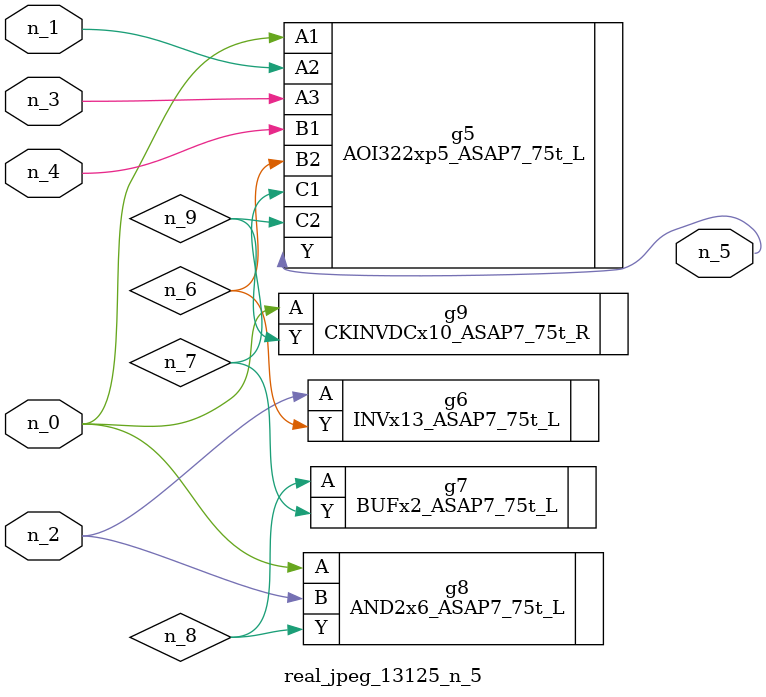
<source format=v>
module real_jpeg_13125_n_5 (n_4, n_0, n_1, n_2, n_3, n_5);

input n_4;
input n_0;
input n_1;
input n_2;
input n_3;

output n_5;

wire n_8;
wire n_6;
wire n_7;
wire n_9;

AOI322xp5_ASAP7_75t_L g5 ( 
.A1(n_0),
.A2(n_1),
.A3(n_3),
.B1(n_4),
.B2(n_6),
.C1(n_7),
.C2(n_9),
.Y(n_5)
);

AND2x6_ASAP7_75t_L g8 ( 
.A(n_0),
.B(n_2),
.Y(n_8)
);

CKINVDCx10_ASAP7_75t_R g9 ( 
.A(n_0),
.Y(n_9)
);

INVx13_ASAP7_75t_L g6 ( 
.A(n_2),
.Y(n_6)
);

BUFx2_ASAP7_75t_L g7 ( 
.A(n_8),
.Y(n_7)
);


endmodule
</source>
